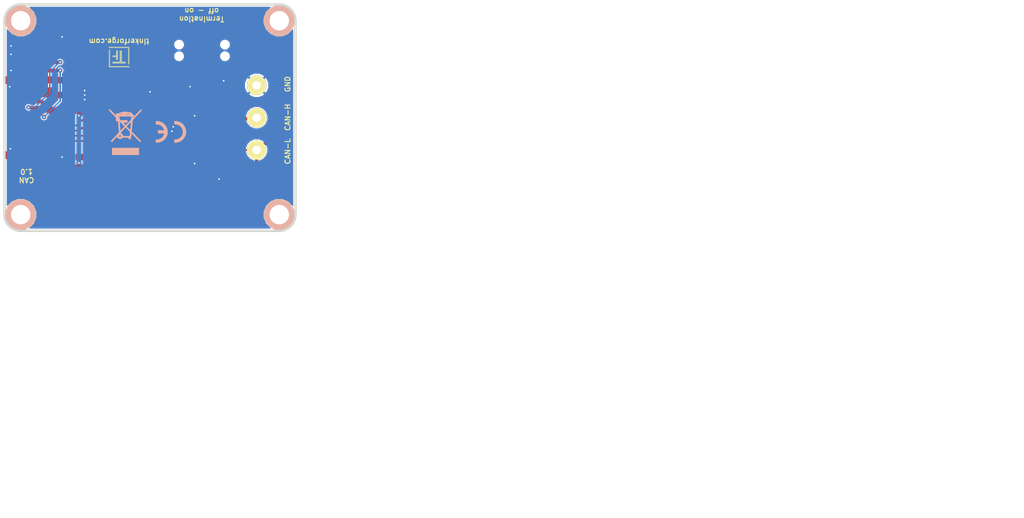
<source format=kicad_pcb>
(kicad_pcb (version 4) (host pcbnew 4.0.2+dfsg1-stable)
  (title_block (title "CAN Bricklet") (date "Di 17 Nov 2015") (rev 1.0) (company "Tinkerforge GmbH") (comment 1 "Licensed under CERN OHL v.1.1") (comment 2 "Copyright (©) 2015, B.Nordmeyer <bastian@tinkerforge.com>"))
  (layers (0 Vorderseite signal) (31 Rückseite signal hide) (34 B.Paste user) (35 F.Paste user) (36 B.SilkS user) (37 F.SilkS user) (38 B.Mask user) (39 F.Mask user) (44 Edge.Cuts user))
  (net 0 "")
  (net 1 GND)
  (net 2 SCL)
  (net 3 SDA)
  (net 4 VCC)
  (net 5 "Net-(C1-Pad2)")
  (net 6 "Net-(C8-Pad1)")
  (net 7 "Net-(P1-Pad6)")
  (net 8 "Net-(P1-Pad7)")
  (net 9 "Net-(P1-Pad8)")
  (net 10 "Net-(P1-Pad9)")
  (net 11 "Net-(P1-Pad10)")
  (net 12 "Net-(C1-Pad1)")
  (net 13 +5V)
  (net 14 "Net-(C6-Pad1)")
  (net 15 "Net-(C11-Pad1)")
  (net 16 "Net-(C12-Pad1)")
  (net 17 "Net-(U2-Pad1)")
  (net 18 "Net-(U2-Pad2)")
  (net 19 "Net-(RP1-Pad1)")
  (net 20 "Net-(RP1-Pad2)")
  (net 21 "Net-(RP1-Pad3)")
  (net 22 "Net-(RP1-Pad4)")
  (net 23 3V3)
  (net 24 "Net-(K1-Pad2)")
  (net 25 "Net-(R2-Pad1)")
  (net 26 "Net-(R3-Pad2)")
  (net 27 "Net-(R6-Pad2)")
  (net 28 "Net-(K1-Pad3)")
  (net 29 "Net-(U1-Pad7)")
  (net 30 "Net-(U2-Pad3)")
  (net 31 "Net-(U2-Pad4)")
  (net 32 "Net-(U2-Pad5)")
  (net 33 "Net-(U2-Pad6)")
  (net 34 "Net-(U2-Pad10)")
  (net 35 "Net-(U2-Pad11)")
  (net 36 "Net-(U2-Pad12)")
  (module kicad-libraries:Logo_31x31 (layer Vorderseite) (at 144.6 92.8 180)
    (fp_text reference G*** hide)
    (fp_text value Logo_31x31 hide)
  )
  (module kicad-libraries:Fiducial_Mark (layer Vorderseite) (at 132.8 85.6)
    (fp_text reference Fiducial_Mark hide)
    (fp_text value VAL** hide)
    (pad 1 smd circle (at 0 0) (size 1.00076 1.00076) (layers Vorderseite F.Paste F.Mask) (clearance 0.65024))
  )
  (module kicad-libraries:Fiducial_Mark (layer Vorderseite) (at 167.8 110.6)
    (fp_text reference Fiducial_Mark hide)
    (fp_text value VAL** hide)
    (pad 1 smd circle (at 0 0) (size 1.00076 1.00076) (layers Vorderseite F.Paste F.Mask) (clearance 0.65024))
  )
  (module kicad-libraries:Fiducial_Mark (layer Vorderseite) (at 164.4 87.8)
    (fp_text reference Fiducial_Mark hide)
    (fp_text value VAL** hide)
    (pad 1 smd circle (at 0 0) (size 1.00076 1.00076) (layers Vorderseite F.Paste F.Mask) (clearance 0.65024))
  )
  (module kicad-libraries:WEEE_7mm (layer Rückseite) (at 144 102.8 180)
    (fp_text reference VAL hide)
    (fp_text value WEEE_7mm hide)
  )
  (module kicad-libraries:CE_5mm (layer Rückseite) (at 151 102.8 180)
    (fp_text reference VAL hide)
    (fp_text value CE_5mm hide)
  )
  (module kicad-libraries:CON-SENSOR (layer Vorderseite) (at 125.3 100.6 270)
    (fp_text reference P1)
    (fp_text value CON-SENSOR)
    (pad 1 smd rect (at -4.50088 -4.7752 270) (size 0.59944 1.5494) (layers Vorderseite F.Paste F.Mask) (net 5 "Net-(C1-Pad2)"))
    (pad 2 smd rect (at -3.50012 -4.7752 270) (size 0.59944 1.5494) (layers Vorderseite F.Paste F.Mask) (net 12 "Net-(C1-Pad1)"))
    (pad 3 smd rect (at -2.49936 -4.7752 270) (size 0.59944 1.5494) (layers Vorderseite F.Paste F.Mask) (net 23 3V3))
    (pad 4 smd rect (at -1.50114 -4.7752 270) (size 0.59944 1.5494) (layers Vorderseite F.Paste F.Mask) (net 2 SCL))
    (pad 5 smd rect (at -0.50038 -4.7752 270) (size 0.59944 1.5494) (layers Vorderseite F.Paste F.Mask) (net 3 SDA))
    (pad 6 smd rect (at 0.50038 -4.7752 270) (size 0.59944 1.5494) (layers Vorderseite F.Paste F.Mask) (net 7 "Net-(P1-Pad6)"))
    (pad 7 smd rect (at 1.50114 -4.7752 270) (size 0.59944 1.5494) (layers Vorderseite F.Paste F.Mask) (net 8 "Net-(P1-Pad7)"))
    (pad 8 smd rect (at 2.49936 -4.7752 270) (size 0.59944 1.5494) (layers Vorderseite F.Paste F.Mask) (net 9 "Net-(P1-Pad8)"))
    (pad 9 smd rect (at 3.50012 -4.7752 270) (size 0.59944 1.5494) (layers Vorderseite F.Paste F.Mask) (net 10 "Net-(P1-Pad9)"))
    (pad 10 smd rect (at 4.50088 -4.7752 270) (size 0.59944 1.5494) (layers Vorderseite F.Paste F.Mask) (net 11 "Net-(P1-Pad10)"))
    (pad EP smd rect (at -5.79882 -0.89916 270) (size 1.19888 1.80086) (layers Vorderseite F.Paste F.Mask) (net 1 GND))
    (pad EP smd rect (at 5.79882 -0.89916 270) (size 1.19888 1.80086) (layers Vorderseite F.Paste F.Mask) (net 1 GND))
  )
  (module kicad-libraries:0603X4 (layer Vorderseite) (at 134.5 103 270)
    (fp_text reference RP1)
    (fp_text value 100)
    (pad 1 smd rect (at 1.19888 -0.8509 270) (size 0.44958 0.89916) (layers Vorderseite F.Paste F.Mask) (net 19 "Net-(RP1-Pad1)"))
    (pad 2 smd rect (at 0.39878 -0.8509 270) (size 0.44958 0.89916) (layers Vorderseite F.Paste F.Mask) (net 20 "Net-(RP1-Pad2)"))
    (pad 3 smd rect (at -0.39878 -0.8509 270) (size 0.44958 0.89916) (layers Vorderseite F.Paste F.Mask) (net 21 "Net-(RP1-Pad3)"))
    (pad 4 smd rect (at -1.19888 -0.8509 270) (size 0.44958 0.89916) (layers Vorderseite F.Paste F.Mask) (net 22 "Net-(RP1-Pad4)"))
    (pad 5 smd rect (at -1.19888 0.8509 270) (size 0.44958 0.89916) (layers Vorderseite F.Paste F.Mask) (net 8 "Net-(P1-Pad7)"))
    (pad 6 smd rect (at -0.39878 0.8509 270) (size 0.44958 0.89916) (layers Vorderseite F.Paste F.Mask) (net 9 "Net-(P1-Pad8)"))
    (pad 7 smd rect (at 0.39878 0.8509 270) (size 0.44958 0.89916) (layers Vorderseite F.Paste F.Mask) (net 10 "Net-(P1-Pad9)"))
    (pad 8 smd rect (at 1.19888 0.8509 270) (size 0.44958 0.89916) (layers Vorderseite F.Paste F.Mask) (net 11 "Net-(P1-Pad10)"))
  )
  (module kicad-libraries:SOIC8 (layer Vorderseite) (at 130.1 91.4 270)
    (fp_text reference U1)
    (fp_text value M24C64)
    (pad 1 smd rect (at -1.90246 2.69748 90) (size 0.59944 1.5494) (layers Vorderseite F.Paste F.Mask) (net 1 GND))
    (pad 2 smd rect (at -0.63246 2.69748 90) (size 0.59944 1.5494) (layers Vorderseite F.Paste F.Mask) (net 1 GND))
    (pad 3 smd rect (at 0.63246 2.69748 90) (size 0.59944 1.5494) (layers Vorderseite F.Paste F.Mask) (net 7 "Net-(P1-Pad6)"))
    (pad 4 smd rect (at 1.90246 2.69748 90) (size 0.59944 1.5494) (layers Vorderseite F.Paste F.Mask) (net 1 GND))
    (pad 5 smd rect (at 1.90246 -2.69748 270) (size 0.59944 1.5494) (layers Vorderseite F.Paste F.Mask) (net 3 SDA))
    (pad 6 smd rect (at 0.63246 -2.69748 270) (size 0.59944 1.5494) (layers Vorderseite F.Paste F.Mask) (net 2 SCL))
    (pad 7 smd rect (at -0.63246 -2.69748 270) (size 0.59944 1.5494) (layers Vorderseite F.Paste F.Mask) (net 29 "Net-(U1-Pad7)"))
    (pad 8 smd rect (at -1.90246 -2.69748 270) (size 0.59944 1.5494) (layers Vorderseite F.Paste F.Mask) (net 23 3V3))
  )
  (module kicad-libraries:SOIC8 (layer Vorderseite) (at 155.5 104.4 270)
    (fp_text reference U3)
    (fp_text value MCP2562)
    (pad 1 smd rect (at -1.90246 2.69748 90) (size 0.59944 1.5494) (layers Vorderseite F.Paste F.Mask) (net 17 "Net-(U2-Pad1)"))
    (pad 2 smd rect (at -0.63246 2.69748 90) (size 0.59944 1.5494) (layers Vorderseite F.Paste F.Mask) (net 1 GND))
    (pad 3 smd rect (at 0.63246 2.69748 90) (size 0.59944 1.5494) (layers Vorderseite F.Paste F.Mask) (net 13 +5V))
    (pad 4 smd rect (at 1.90246 2.69748 90) (size 0.59944 1.5494) (layers Vorderseite F.Paste F.Mask) (net 18 "Net-(U2-Pad2)"))
    (pad 5 smd rect (at 1.90246 -2.69748 270) (size 0.59944 1.5494) (layers Vorderseite F.Paste F.Mask) (net 4 VCC))
    (pad 6 smd rect (at 0.63246 -2.69748 270) (size 0.59944 1.5494) (layers Vorderseite F.Paste F.Mask) (net 28 "Net-(K1-Pad3)"))
    (pad 7 smd rect (at -0.63246 -2.69748 270) (size 0.59944 1.5494) (layers Vorderseite F.Paste F.Mask) (net 24 "Net-(K1-Pad2)"))
    (pad 8 smd rect (at -1.90246 -2.69748 270) (size 0.59944 1.5494) (layers Vorderseite F.Paste F.Mask) (net 26 "Net-(R3-Pad2)"))
  )
  (module kicad-libraries:DRILL_NP (layer Vorderseite) (at 167.8 115.6 90)
    (fp_text reference U4 hide)
    (fp_text value DRILL hide)
    (pad "" np_thru_hole circle (at 0 0 90) (size 2.99974 2.99974) (drill 2.99974) (layers *.Cu *.Mask F.SilkS) (clearance 0.89916))
  )
  (module kicad-libraries:DRILL_NP (layer Vorderseite) (at 167.8 85.6)
    (fp_text reference U5 hide)
    (fp_text value DRILL hide)
    (pad "" np_thru_hole circle (at 0 0) (size 2.99974 2.99974) (drill 2.99974) (layers *.Cu *.Mask F.SilkS) (clearance 0.89916))
  )
  (module kicad-libraries:DRILL_NP (layer Vorderseite) (at 127.8 115.6 90)
    (fp_text reference U6 hide)
    (fp_text value DRILL hide)
    (pad "" np_thru_hole circle (at 0 0 90) (size 2.99974 2.99974) (drill 2.99974) (layers *.Cu *.Mask F.SilkS) (clearance 0.89916))
  )
  (module kicad-libraries:DRILL_NP (layer Vorderseite) (at 127.8 85.6)
    (fp_text reference U7 hide)
    (fp_text value DRILL hide)
    (pad "" np_thru_hole circle (at 0 0) (size 2.99974 2.99974) (drill 2.99974) (layers *.Cu *.Mask F.SilkS) (clearance 0.89916))
  )
  (module kicad-libraries:CRYSTAL_3225 (layer Vorderseite) (at 152.2 98.5 90)
    (fp_text reference X1)
    (fp_text value 16MHz)
    (pad 3 smd rect (at -1.09982 -0.8001 90) (size 1.39954 1.15062) (layers Vorderseite F.Paste F.Mask) (net 1 GND))
    (pad 2 smd rect (at 1.09982 -0.8001 90) (size 1.39954 1.15062) (layers Vorderseite F.Paste F.Mask) (net 6 "Net-(C8-Pad1)"))
    (pad 1 smd rect (at -1.09982 0.8001 90) (size 1.39954 1.15062) (layers Vorderseite F.Paste F.Mask) (net 14 "Net-(C6-Pad1)"))
    (pad 3 smd rect (at 1.09982 0.8001 90) (size 1.39954 1.15062) (layers Vorderseite F.Paste F.Mask) (net 1 GND))
  )
  (module kicad-libraries:SLIDE_SWITCH (layer Vorderseite) (at 155.8 90.2)
    (fp_text reference SW1)
    (fp_text value Termination)
    (pad 6 smd rect (at -2.49936 -3.2004) (size 1.19888 1.6002) (layers Vorderseite F.Paste F.Mask))
    (pad 5 smd rect (at 0 -3.2004) (size 1.19888 1.6002) (layers Vorderseite F.Paste F.Mask))
    (pad 4 smd rect (at 2.49936 -3.2004) (size 1.19888 1.6002) (layers Vorderseite F.Paste F.Mask))
    (pad 3 smd rect (at 2.49936 3.2004) (size 1.19888 1.6002) (layers Vorderseite F.Paste F.Mask))
    (pad 2 smd rect (at 0 3.2004) (size 1.19888 1.6002) (layers Vorderseite F.Paste F.Mask) (net 27 "Net-(R6-Pad2)"))
    (pad 1 smd rect (at -2.49936 3.2004) (size 1.19888 1.6002) (layers Vorderseite F.Paste F.Mask) (net 24 "Net-(K1-Pad2)"))
    (pad "" np_thru_hole circle (at -3.5 -0.9) (size 1.2 1.2) (drill 1.2) (layers *.Cu *.Mask F.SilkS))
    (pad "" np_thru_hole circle (at -3.5 0.9) (size 1.2 1.2) (drill 1.2) (layers *.Cu *.Mask F.SilkS))
    (pad "" np_thru_hole circle (at 3.6 -0.9) (size 1.2 1.2) (drill 1.2) (layers *.Cu *.Mask F.SilkS))
    (pad "" np_thru_hole circle (at 3.6 0.9) (size 1.2 1.2) (drill 1.2) (layers *.Cu *.Mask F.SilkS))
  )
  (module kicad-libraries:C0603E (layer Vorderseite) (at 132.3 95.6 90)
    (fp_text reference C1)
    (fp_text value 100nF)
    (pad 1 smd rect (at -0.8501 0 90) (size 1.1 1) (layers Vorderseite F.Paste F.Mask) (net 12 "Net-(C1-Pad1)"))
    (pad 2 smd rect (at 0.8501 0 90) (size 1.1 1) (layers Vorderseite F.Paste F.Mask) (net 5 "Net-(C1-Pad2)"))
  )
  (module kicad-libraries:C0603E (layer Vorderseite) (at 132.3 98.6 270)
    (fp_text reference C2)
    (fp_text value 100nF)
    (pad 1 smd rect (at -0.8501 0 270) (size 1.1 1) (layers Vorderseite F.Paste F.Mask) (net 12 "Net-(C1-Pad1)"))
    (pad 2 smd rect (at 0.8501 0 270) (size 1.1 1) (layers Vorderseite F.Paste F.Mask) (net 23 3V3))
  )
  (module kicad-libraries:C0603E (layer Vorderseite) (at 136.9 95.6 90)
    (fp_text reference C3)
    (fp_text value 100nF)
    (pad 1 smd rect (at -0.8501 0 90) (size 1.1 1) (layers Vorderseite F.Paste F.Mask) (net 1 GND))
    (pad 2 smd rect (at 0.8501 0 90) (size 1.1 1) (layers Vorderseite F.Paste F.Mask) (net 13 +5V))
  )
  (module kicad-libraries:C0603E (layer Vorderseite) (at 136.9 98.6 270)
    (fp_text reference C4)
    (fp_text value 100nF)
    (pad 1 smd rect (at -0.8501 0 270) (size 1.1 1) (layers Vorderseite F.Paste F.Mask) (net 1 GND))
    (pad 2 smd rect (at 0.8501 0 270) (size 1.1 1) (layers Vorderseite F.Paste F.Mask) (net 4 VCC))
  )
  (module kicad-libraries:C0603E (layer Vorderseite) (at 136 106.7 180)
    (fp_text reference C5)
    (fp_text value 100nF)
    (pad 1 smd rect (at -0.8501 0 180) (size 1.1 1) (layers Vorderseite F.Paste F.Mask) (net 4 VCC))
    (pad 2 smd rect (at 0.8501 0 180) (size 1.1 1) (layers Vorderseite F.Paste F.Mask) (net 1 GND))
  )
  (module kicad-libraries:C0603E (layer Vorderseite) (at 152.2 101.2 180)
    (fp_text reference C6)
    (fp_text value DNP)
    (pad 1 smd rect (at -0.8501 0 180) (size 1.1 1) (layers Vorderseite F.Paste F.Mask) (net 14 "Net-(C6-Pad1)"))
    (pad 2 smd rect (at 0.8501 0 180) (size 1.1 1) (layers Vorderseite F.Paste F.Mask) (net 1 GND))
  )
  (module kicad-libraries:C0603E (layer Vorderseite) (at 132.4 88.1)
    (fp_text reference C7)
    (fp_text value 100nF)
    (pad 1 smd rect (at -0.8501 0) (size 1.1 1) (layers Vorderseite F.Paste F.Mask) (net 23 3V3))
    (pad 2 smd rect (at 0.8501 0) (size 1.1 1) (layers Vorderseite F.Paste F.Mask) (net 1 GND))
  )
  (module kicad-libraries:C0603E (layer Vorderseite) (at 152.2 95.8)
    (fp_text reference C8)
    (fp_text value DNP)
    (pad 1 smd rect (at -0.8501 0) (size 1.1 1) (layers Vorderseite F.Paste F.Mask) (net 6 "Net-(C8-Pad1)"))
    (pad 2 smd rect (at 0.8501 0) (size 1.1 1) (layers Vorderseite F.Paste F.Mask) (net 1 GND))
  )
  (module kicad-libraries:C0603E (layer Vorderseite) (at 156.6 107.7 180)
    (fp_text reference C9)
    (fp_text value 100nF)
    (pad 1 smd rect (at -0.8501 0 180) (size 1.1 1) (layers Vorderseite F.Paste F.Mask) (net 4 VCC))
    (pad 2 smd rect (at 0.8501 0 180) (size 1.1 1) (layers Vorderseite F.Paste F.Mask) (net 1 GND))
  )
  (module kicad-libraries:C0603E (layer Vorderseite) (at 151.2 104.4 90)
    (fp_text reference C10)
    (fp_text value 100nF)
    (pad 1 smd rect (at -0.8501 0 90) (size 1.1 1) (layers Vorderseite F.Paste F.Mask) (net 13 +5V))
    (pad 2 smd rect (at 0.8501 0 90) (size 1.1 1) (layers Vorderseite F.Paste F.Mask) (net 1 GND))
  )
  (module kicad-libraries:C0603E (layer Vorderseite) (at 134.6 94.8)
    (fp_text reference FB1)
    (fp_text value FILTER)
    (pad 1 smd rect (at -0.8501 0) (size 1.1 1) (layers Vorderseite F.Paste F.Mask) (net 5 "Net-(C1-Pad2)"))
    (pad 2 smd rect (at 0.8501 0) (size 1.1 1) (layers Vorderseite F.Paste F.Mask) (net 13 +5V))
  )
  (module kicad-libraries:C0603E (layer Vorderseite) (at 134.6 99.4)
    (fp_text reference FB2)
    (fp_text value FILTER)
    (pad 1 smd rect (at -0.8501 0) (size 1.1 1) (layers Vorderseite F.Paste F.Mask) (net 23 3V3))
    (pad 2 smd rect (at 0.8501 0) (size 1.1 1) (layers Vorderseite F.Paste F.Mask) (net 4 VCC))
  )
  (module kicad-libraries:AKL_5_3 (layer Vorderseite) (at 164.3 100.6 270)
    (fp_text reference K1)
    (fp_text value CONN_3)
    (pad 1 thru_hole circle (at -5 0 270) (size 2.99974 2.99974) (drill 1.30048) (layers *.Cu *.Mask F.SilkS) (net 1 GND))
    (pad 2 thru_hole circle (at 0 0 270) (size 2.99974 2.99974) (drill 1.30048) (layers *.Cu *.Mask F.SilkS) (net 24 "Net-(K1-Pad2)"))
    (pad 3 thru_hole circle (at 5 0 270) (size 2.99974 2.99974) (drill 1.30048) (layers *.Cu *.Mask F.SilkS) (net 28 "Net-(K1-Pad3)"))
  )
  (module kicad-libraries:R0603E (layer Vorderseite) (at 134.6 97.1 180)
    (fp_text reference R1)
    (fp_text value 0)
    (pad 1 smd rect (at -0.8501 0 180) (size 1.1 1) (layers Vorderseite F.Paste F.Mask) (net 1 GND))
    (pad 2 smd rect (at 0.8501 0 180) (size 1.1 1) (layers Vorderseite F.Paste F.Mask) (net 12 "Net-(C1-Pad1)"))
  )
  (module kicad-libraries:R0603E (layer Vorderseite) (at 140.5 108.7 180)
    (fp_text reference R2)
    (fp_text value 10k)
    (pad 1 smd rect (at -0.8501 0 180) (size 1.1 1) (layers Vorderseite F.Paste F.Mask) (net 25 "Net-(R2-Pad1)"))
    (pad 2 smd rect (at 0.8501 0 180) (size 1.1 1) (layers Vorderseite F.Paste F.Mask) (net 4 VCC))
  )
  (module kicad-libraries:R0603E (layer Vorderseite) (at 155.5 101.2)
    (fp_text reference R3)
    (fp_text value 1k)
    (pad 1 smd rect (at -0.8501 0) (size 1.1 1) (layers Vorderseite F.Paste F.Mask) (net 1 GND))
    (pad 2 smd rect (at 0.8501 0) (size 1.1 1) (layers Vorderseite F.Paste F.Mask) (net 26 "Net-(R3-Pad2)"))
  )
  (module kicad-libraries:R0603E (layer Vorderseite) (at 163.5 110.1)
    (fp_text reference R4)
    (fp_text value 120)
    (pad 1 smd rect (at -0.8501 0) (size 1.1 1) (layers Vorderseite F.Paste F.Mask) (net 15 "Net-(C11-Pad1)"))
    (pad 2 smd rect (at 0.8501 0) (size 1.1 1) (layers Vorderseite F.Paste F.Mask) (net 28 "Net-(K1-Pad3)"))
  )
  (module kicad-libraries:R0603E (layer Vorderseite) (at 159.2 99.9 270)
    (fp_text reference R5)
    (fp_text value 120)
    (pad 1 smd rect (at -0.8501 0 270) (size 1.1 1) (layers Vorderseite F.Paste F.Mask) (net 16 "Net-(C12-Pad1)"))
    (pad 2 smd rect (at 0.8501 0 270) (size 1.1 1) (layers Vorderseite F.Paste F.Mask) (net 24 "Net-(K1-Pad2)"))
  )
  (module kicad-libraries:R0603E (layer Vorderseite) (at 163.7 91.8 180)
    (fp_text reference R6)
    (fp_text value 120)
    (pad 1 smd rect (at -0.8501 0 180) (size 1.1 1) (layers Vorderseite F.Paste F.Mask) (net 28 "Net-(K1-Pad3)"))
    (pad 2 smd rect (at 0.8501 0 180) (size 1.1 1) (layers Vorderseite F.Paste F.Mask) (net 27 "Net-(R6-Pad2)"))
  )
  (module kicad-libraries:SOIC-18 (layer Vorderseite) (at 144.4 101.7 180)
    (fp_text reference U2)
    (fp_text value MCP2515)
    (pad 1 smd rect (at -4.7 -5.08 180) (size 2 0.6) (layers Vorderseite F.Paste F.Mask) (net 17 "Net-(U2-Pad1)"))
    (pad 2 smd rect (at -4.7 -3.81 180) (size 2 0.6) (layers Vorderseite F.Paste F.Mask) (net 18 "Net-(U2-Pad2)"))
    (pad 3 smd rect (at -4.7 -2.54 180) (size 2 0.6) (layers Vorderseite F.Paste F.Mask) (net 30 "Net-(U2-Pad3)"))
    (pad 4 smd rect (at -4.7 -1.27 180) (size 2 0.6) (layers Vorderseite F.Paste F.Mask) (net 31 "Net-(U2-Pad4)"))
    (pad 5 smd rect (at -4.7 0 180) (size 2 0.6) (layers Vorderseite F.Paste F.Mask) (net 32 "Net-(U2-Pad5)"))
    (pad 6 smd rect (at -4.7 1.27 180) (size 2 0.6) (layers Vorderseite F.Paste F.Mask) (net 33 "Net-(U2-Pad6)"))
    (pad 7 smd rect (at -4.7 2.54 180) (size 2 0.6) (layers Vorderseite F.Paste F.Mask) (net 14 "Net-(C6-Pad1)"))
    (pad 8 smd rect (at -4.7 3.81 180) (size 2 0.6) (layers Vorderseite F.Paste F.Mask) (net 6 "Net-(C8-Pad1)"))
    (pad 9 smd rect (at -4.7 5.08 180) (size 2 0.6) (layers Vorderseite F.Paste F.Mask) (net 1 GND))
    (pad 10 smd rect (at 4.7 5.08 180) (size 2 0.6) (layers Vorderseite F.Paste F.Mask) (net 34 "Net-(U2-Pad10)"))
    (pad 11 smd rect (at 4.7 3.81 180) (size 2 0.6) (layers Vorderseite F.Paste F.Mask) (net 35 "Net-(U2-Pad11)"))
    (pad 12 smd rect (at 4.7 2.54 180) (size 2 0.6) (layers Vorderseite F.Paste F.Mask) (net 36 "Net-(U2-Pad12)"))
    (pad 13 smd rect (at 4.7 1.27 180) (size 2 0.6) (layers Vorderseite F.Paste F.Mask) (net 22 "Net-(RP1-Pad4)"))
    (pad 14 smd rect (at 4.7 0 180) (size 2 0.6) (layers Vorderseite F.Paste F.Mask) (net 21 "Net-(RP1-Pad3)"))
    (pad 15 smd rect (at 4.7 -1.27 180) (size 2 0.6) (layers Vorderseite F.Paste F.Mask) (net 20 "Net-(RP1-Pad2)"))
    (pad 16 smd rect (at 4.7 -2.54 180) (size 2 0.6) (layers Vorderseite F.Paste F.Mask) (net 19 "Net-(RP1-Pad1)"))
    (pad 17 smd rect (at 4.7 -3.81 180) (size 2 0.6) (layers Vorderseite F.Paste F.Mask) (net 25 "Net-(R2-Pad1)"))
    (pad 18 smd rect (at 4.7 -5.08 180) (size 2 0.6) (layers Vorderseite F.Paste F.Mask) (net 4 VCC))
  )
  (module kicad-libraries:C0603E (layer Vorderseite) (at 160.3 110.1 180)
    (fp_text reference C11)
    (fp_text value 470pF)
    (pad 1 smd rect (at -0.8501 0 180) (size 1.1 1) (layers Vorderseite F.Paste F.Mask) (net 15 "Net-(C11-Pad1)"))
    (pad 2 smd rect (at 0.8501 0 180) (size 1.1 1) (layers Vorderseite F.Paste F.Mask) (net 1 GND))
  )
  (module kicad-libraries:C0603E (layer Vorderseite) (at 159.2 96.7 90)
    (fp_text reference C12)
    (fp_text value 470pF)
    (pad 1 smd rect (at -0.8501 0 90) (size 1.1 1) (layers Vorderseite F.Paste F.Mask) (net 16 "Net-(C12-Pad1)"))
    (pad 2 smd rect (at 0.8501 0 90) (size 1.1 1) (layers Vorderseite F.Paste F.Mask) (net 1 GND))
  )
  (gr_text "Termination\noff - on" (at 155.8 84.7 180) (layer F.SilkS) (effects (font (size 0.8 0.8))))
  (gr_text "CAN-L  CAN-H   GND" (at 169.1 101 90) (layer F.SilkS) (effects (font (size 0.8 0.8))))
  (gr_line (start 170.3 85.6) (end 170.3 115.6) (angle 90) (layer Edge.Cuts) (width 0.381))
  (gr_line (start 127.8 83.1) (end 167.8 83.1) (angle 90) (layer Edge.Cuts) (width 0.381))
  (gr_line (start 125.3 115.6) (end 125.3 85.6) (angle 90) (layer Edge.Cuts) (width 0.381))
  (gr_line (start 167.8 118.1) (end 127.8 118.1) (angle 90) (layer Edge.Cuts) (width 0.381))
  (gr_arc (start 167.8 115.6) (end 170.3 115.6) (angle 90) (layer Edge.Cuts) (width 0.381))
  (gr_arc (start 167.8 85.6) (end 167.8 83.1) (angle 90) (layer Edge.Cuts) (width 0.381))
  (gr_arc (start 127.8 85.6) (end 125.3 85.6) (angle 90) (layer Edge.Cuts) (width 0.381))
  (gr_arc (start 127.8 115.6) (end 127.8 118.1) (angle 90) (layer Edge.Cuts) (width 0.381))
  (gr_text tinkerforge.com (at 143 88.8 180) (layer F.SilkS) (effects (font (size 0.8001 0.8001) (thickness 0.14986))))
  (gr_text "CAN\n1.0" (at 128.7 109.6 180) (layer F.SilkS) (effects (font (size 0.8001 0.8001) (thickness 0.14986))))
  (segment (start 133.2501 88.1) (end 134.2 88.1) (width 0.25) (layer Vorderseite) (net 1))
  (via (at 134.2 88.1) (size 0.70104) (drill 0.24892) (layers Vorderseite Rückseite) (net 1))
  (segment (start 127.40252 89.49754) (end 126.30246 89.49754) (width 0.25) (layer Vorderseite) (net 1))
  (via (at 126.3 89.5) (size 0.70104) (drill 0.24892) (layers Vorderseite Rückseite) (net 1))
  (segment (start 126.30246 89.49754) (end 126.3 89.5) (width 0.25) (layer Vorderseite) (net 1))
  (segment (start 127.40252 90.76754) (end 126.33246 90.76754) (width 0.25) (layer Vorderseite) (net 1))
  (via (at 126.3 90.8) (size 0.70104) (drill 0.24892) (layers Vorderseite Rückseite) (net 1))
  (segment (start 126.33246 90.76754) (end 126.3 90.8) (width 0.25) (layer Vorderseite) (net 1))
  (segment (start 127.40252 93.30246) (end 126.30246 93.30246) (width 0.25) (layer Vorderseite) (net 1))
  (via (at 126.3 93.3) (size 0.70104) (drill 0.24892) (layers Vorderseite Rückseite) (net 1))
  (segment (start 126.30246 93.30246) (end 126.3 93.3) (width 0.25) (layer Vorderseite) (net 1))
  (segment (start 126.19916 94.80118) (end 126.19916 95.70084) (width 0.25) (layer Vorderseite) (net 1))
  (via (at 126.1 95.8) (size 0.70104) (drill 0.24892) (layers Vorderseite Rückseite) (net 1))
  (segment (start 126.19916 95.70084) (end 126.1 95.8) (width 0.25) (layer Vorderseite) (net 1))
  (segment (start 126.19916 106.39882) (end 126.19916 105.40084) (width 0.25) (layer Vorderseite) (net 1))
  (via (at 126.2 105.4) (size 0.70104) (drill 0.24892) (layers Vorderseite Rückseite) (net 1))
  (segment (start 126.19916 105.40084) (end 126.2 105.4) (width 0.25) (layer Vorderseite) (net 1))
  (segment (start 154.6499 101.2) (end 154.6499 100.3501) (width 0.5) (layer Vorderseite) (net 1))
  (via (at 154.7 100.3) (size 0.70104) (drill 0.24892) (layers Vorderseite Rückseite) (net 1))
  (segment (start 154.6499 100.3501) (end 154.7 100.3) (width 0.5) (layer Vorderseite) (net 1))
  (segment (start 151.2 103.5499) (end 151.2 102.7) (width 0.5) (layer Vorderseite) (net 1))
  (via (at 151.2 102.7) (size 0.70104) (drill 0.24892) (layers Vorderseite Rückseite) (net 1))
  (segment (start 152.80252 103.76754) (end 151.41764 103.76754) (width 0.5) (layer Vorderseite) (net 1))
  (segment (start 151.41764 103.76754) (end 151.2 103.5499) (width 0.5) (layer Vorderseite) (net 1))
  (segment (start 151.3499 101.2) (end 151.3499 101.9499) (width 0.5) (layer Vorderseite) (net 1))
  (via (at 151.4 102) (size 0.70104) (drill 0.24892) (layers Vorderseite Rückseite) (net 1))
  (segment (start 151.3499 101.9499) (end 151.4 102) (width 0.5) (layer Vorderseite) (net 1))
  (segment (start 151.3499 101.2) (end 151.3499 99.64982) (width 0.5) (layer Vorderseite) (net 1))
  (segment (start 151.3499 99.64982) (end 151.3999 99.59982) (width 0.5) (layer Vorderseite) (net 1))
  (segment (start 153.0001 97.40018) (end 153.0001 95.85) (width 0.5) (layer Vorderseite) (net 1))
  (segment (start 153.0001 95.85) (end 153.0501 95.8) (width 0.5) (layer Vorderseite) (net 1))
  (segment (start 159.2 95.8499) (end 159.2 94.9) (width 0.5) (layer Vorderseite) (net 1))
  (via (at 159.2 94.9) (size 0.70104) (drill 0.24892) (layers Vorderseite Rückseite) (net 1))
  (segment (start 159.4499 110.1) (end 158.5 110.1) (width 0.5) (layer Vorderseite) (net 1))
  (via (at 158.5 110.1) (size 0.70104) (drill 0.24892) (layers Vorderseite Rückseite) (net 1))
  (segment (start 155.7499 107.7) (end 154.7 107.7) (width 0.5) (layer Vorderseite) (net 1))
  (via (at 154.7 107.7) (size 0.70104) (drill 0.24892) (layers Vorderseite Rückseite) (net 1))
  (segment (start 135.1499 106.7) (end 134.2 106.7) (width 0.5) (layer Vorderseite) (net 1))
  (via (at 134.2 106.7) (size 0.70104) (drill 0.24892) (layers Vorderseite Rückseite) (net 1))
  (segment (start 149.1 96.62) (end 147.82 96.62) (width 0.5) (layer Vorderseite) (net 1))
  (via (at 147.8 96.6) (size 0.70104) (drill 0.24892) (layers Vorderseite Rückseite) (net 1))
  (segment (start 147.82 96.62) (end 147.8 96.6) (width 0.5) (layer Vorderseite) (net 1))
  (segment (start 153.0501 95.8) (end 154 95.8) (width 0.5) (layer Vorderseite) (net 1))
  (via (at 154 95.8) (size 0.70104) (drill 0.24892) (layers Vorderseite Rückseite) (net 1))
  (segment (start 136.9 97.1) (end 137 97.1) (width 0.249) (layer Vorderseite) (net 1))
  (via (at 137.7 97.8) (size 0.70104) (drill 0.24892) (layers Vorderseite Rückseite) (net 1))
  (segment (start 137 97.1) (end 137.7 97.8) (width 0.8001) (layer Vorderseite) (net 1))
  (segment (start 136.9 96.4501) (end 137.6499 96.4501) (width 0.8001) (layer Vorderseite) (net 1))
  (via (at 137.7 96.4) (size 0.70104) (drill 0.24892) (layers Vorderseite Rückseite) (net 1))
  (segment (start 137.6499 96.4501) (end 137.7 96.4) (width 0.249) (layer Vorderseite) (net 1))
  (segment (start 136.9 97.1) (end 136.9 97.7499) (width 0.249) (layer Vorderseite) (net 1))
  (segment (start 136.9 97.1) (end 136.9 96.4501) (width 0.249) (layer Vorderseite) (net 1))
  (segment (start 135.4501 97.1) (end 136.9 97.1) (width 0.8001) (layer Vorderseite) (net 1))
  (segment (start 136.9 97.1) (end 137.7 97.1) (width 0.8001) (layer Vorderseite) (net 1))
  (via (at 137.7 97.1) (size 0.70104) (drill 0.24892) (layers Vorderseite Rückseite) (net 1))
  (segment (start 133.9 92) (end 133.8 92) (width 0.25) (layer Rückseite) (net 2))
  (segment (start 133.86754 92.03246) (end 133.9 92) (width 0.25) (layer Vorderseite) (net 2))
  (via (at 133.9 92) (size 0.70104) (drill 0.24892) (layers Vorderseite Rückseite) (net 2))
  (segment (start 132.79748 92.03246) (end 133.86754 92.03246) (width 0.25) (layer Vorderseite) (net 2))
  (segment (start 129.09886 99.09886) (end 129 99) (width 0.25) (layer Vorderseite) (net 2))
  (via (at 129 99) (size 0.70104) (drill 0.24892) (layers Vorderseite Rückseite) (net 2))
  (segment (start 129.09886 99.09886) (end 130.0752 99.09886) (width 0.25) (layer Vorderseite) (net 2))
  (segment (start 130 99) (end 129 99) (width 0.25) (layer Rückseite) (net 2))
  (segment (start 132.3 96.7) (end 130 99) (width 0.25) (layer Rückseite) (net 2))
  (segment (start 132.3 93.5) (end 132.3 96.7) (width 0.25) (layer Rückseite) (net 2))
  (segment (start 133.8 92) (end 132.3 93.5) (width 0.25) (layer Rückseite) (net 2))
  (segment (start 130.0752 100.09962) (end 130.99962 100.09962) (width 0.25) (layer Vorderseite) (net 3))
  (segment (start 133.89754 93.30246) (end 133.9 93.3) (width 0.25) (layer Vorderseite) (net 3))
  (via (at 133.9 93.3) (size 0.70104) (drill 0.24892) (layers Vorderseite Rückseite) (net 3))
  (segment (start 133.89754 93.30246) (end 132.79748 93.30246) (width 0.25) (layer Vorderseite) (net 3))
  (segment (start 133.9 98) (end 133.9 93.3) (width 0.25) (layer Rückseite) (net 3))
  (segment (start 131.4 100.5) (end 133.9 98) (width 0.25) (layer Rückseite) (net 3))
  (via (at 131.4 100.5) (size 0.70104) (drill 0.24892) (layers Vorderseite Rückseite) (net 3))
  (segment (start 130.99962 100.09962) (end 131.4 100.5) (width 0.25) (layer Vorderseite) (net 3))
  (segment (start 136.8 107.6) (end 136.8 109.4) (width 0.8001) (layer Vorderseite) (net 4))
  (segment (start 157.4501 109.4499) (end 157.4501 107.7) (width 0.8001) (layer Vorderseite) (net 4))
  (segment (start 155.3 111.6) (end 157.4501 109.4499) (width 0.8001) (layer Vorderseite) (net 4))
  (segment (start 139 111.6) (end 155.3 111.6) (width 0.8001) (layer Vorderseite) (net 4))
  (segment (start 136.8 109.4) (end 139 111.6) (width 0.8001) (layer Vorderseite) (net 4))
  (segment (start 139.6499 108.7) (end 137.9 108.7) (width 0.249) (layer Vorderseite) (net 4))
  (segment (start 137.9 108.7) (end 136.8 107.6) (width 0.249) (layer Vorderseite) (net 4))
  (segment (start 139.7 106.78) (end 136.9301 106.78) (width 0.249) (layer Vorderseite) (net 4))
  (segment (start 136.9301 106.78) (end 136.8501 106.7) (width 0.249) (layer Vorderseite) (net 4))
  (segment (start 136.9 99.4501) (end 136.9 100.2) (width 0.8001) (layer Vorderseite) (net 4))
  (segment (start 136.8501 107.5499) (end 136.8501 106.7) (width 0.249) (layer Vorderseite) (net 4))
  (segment (start 136.8 107.6) (end 136.8501 107.5499) (width 0.249) (layer Vorderseite) (net 4))
  (via (at 136.8 107.6) (size 0.70104) (drill 0.24892) (layers Vorderseite Rückseite) (net 4))
  (segment (start 136.8 100.3) (end 136.8 107.6) (width 0.8001) (layer Rückseite) (net 4))
  (via (at 136.8 100.3) (size 0.70104) (drill 0.24892) (layers Vorderseite Rückseite) (net 4))
  (segment (start 136.9 100.2) (end 136.8 100.3) (width 0.249) (layer Vorderseite) (net 4))
  (segment (start 135.4501 99.4) (end 136.8499 99.4) (width 0.8001) (layer Vorderseite) (net 4))
  (segment (start 136.8499 99.4) (end 136.9 99.4501) (width 0.249) (layer Vorderseite) (net 4))
  (segment (start 158.19748 106.30246) (end 158.19748 106.50252) (width 0.249) (layer Vorderseite) (net 4))
  (segment (start 158.19748 106.50252) (end 157.4501 107.2499) (width 0.249) (layer Vorderseite) (net 4))
  (segment (start 157.4501 107.2499) (end 157.4501 107.7) (width 0.249) (layer Vorderseite) (net 4))
  (segment (start 130.0752 96.09912) (end 130.80088 96.09912) (width 0.249) (layer Vorderseite) (net 5))
  (segment (start 131.7501 94.7499) (end 132.3 94.7499) (width 0.59944) (layer Vorderseite) (net 5))
  (segment (start 131.4 95.1) (end 131.7501 94.7499) (width 0.59944) (layer Vorderseite) (net 5))
  (segment (start 131.4 95.5) (end 131.4 95.1) (width 0.59944) (layer Vorderseite) (net 5))
  (segment (start 130.80088 96.09912) (end 131.4 95.5) (width 0.59944) (layer Vorderseite) (net 5))
  (segment (start 133.7499 94.8) (end 132.3501 94.8) (width 0.8001) (layer Vorderseite) (net 5))
  (segment (start 132.3501 94.8) (end 132.3 94.7499) (width 0.249) (layer Vorderseite) (net 5))
  (segment (start 151.3999 97.40018) (end 151.3999 95.85) (width 0.249) (layer Vorderseite) (net 6))
  (segment (start 151.3999 95.85) (end 151.3499 95.8) (width 0.249) (layer Vorderseite) (net 6))
  (segment (start 149.1 97.89) (end 150.31 97.89) (width 0.249) (layer Vorderseite) (net 6))
  (segment (start 150.79982 97.40018) (end 151.3999 97.40018) (width 0.249) (layer Vorderseite) (net 6))
  (segment (start 150.31 97.89) (end 150.79982 97.40018) (width 0.249) (layer Vorderseite) (net 6))
  (segment (start 130.0752 101.10038) (end 129.10038 101.10038) (width 0.25) (layer Vorderseite) (net 7))
  (segment (start 128.33246 92.03246) (end 127.40252 92.03246) (width 0.25) (layer Vorderseite) (net 7))
  (segment (start 128.9 92.6) (end 128.33246 92.03246) (width 0.25) (layer Vorderseite) (net 7))
  (segment (start 128.9 93.7) (end 128.9 92.6) (width 0.25) (layer Vorderseite) (net 7))
  (segment (start 128.3 94.3) (end 128.9 93.7) (width 0.25) (layer Vorderseite) (net 7))
  (segment (start 128.3 100.3) (end 128.3 94.3) (width 0.25) (layer Vorderseite) (net 7))
  (segment (start 129.10038 101.10038) (end 128.3 100.3) (width 0.25) (layer Vorderseite) (net 7))
  (segment (start 130.0752 102.10114) (end 131.39886 102.10114) (width 0.249) (layer Vorderseite) (net 8))
  (segment (start 131.69888 101.80112) (end 133.6491 101.80112) (width 0.249) (layer Vorderseite) (net 8))
  (segment (start 131.39886 102.10114) (end 131.69888 101.80112) (width 0.249) (layer Vorderseite) (net 8))
  (segment (start 130.0752 103.09936) (end 131.30064 103.09936) (width 0.249) (layer Vorderseite) (net 9))
  (segment (start 131.79878 102.60122) (end 133.6491 102.60122) (width 0.249) (layer Vorderseite) (net 9))
  (segment (start 131.30064 103.09936) (end 131.79878 102.60122) (width 0.249) (layer Vorderseite) (net 9))
  (segment (start 130.0752 104.10012) (end 131.29988 104.10012) (width 0.249) (layer Vorderseite) (net 10))
  (segment (start 132.00122 103.39878) (end 133.6491 103.39878) (width 0.249) (layer Vorderseite) (net 10))
  (segment (start 131.29988 104.10012) (end 132.00122 103.39878) (width 0.249) (layer Vorderseite) (net 10))
  (segment (start 130.0752 105.10088) (end 131.19912 105.10088) (width 0.249) (layer Vorderseite) (net 11))
  (segment (start 132.10112 104.19888) (end 133.6491 104.19888) (width 0.249) (layer Vorderseite) (net 11))
  (segment (start 131.19912 105.10088) (end 132.10112 104.19888) (width 0.249) (layer Vorderseite) (net 11))
  (segment (start 132.3 97.09988) (end 132.3 97.7499) (width 0.249) (layer Vorderseite) (net 12))
  (segment (start 132.3 97.09988) (end 132.3 96.4501) (width 0.249) (layer Vorderseite) (net 12))
  (segment (start 130.0752 97.09988) (end 132.3 97.09988) (width 0.59944) (layer Vorderseite) (net 12))
  (segment (start 132.3 97.09988) (end 133.74978 97.09988) (width 0.8001) (layer Vorderseite) (net 12))
  (segment (start 133.74978 97.09988) (end 133.7499 97.1) (width 0.249) (layer Vorderseite) (net 12))
  (segment (start 135.4501 94.8) (end 136.8499 94.8) (width 0.8001) (layer Vorderseite) (net 13))
  (segment (start 136.8499 94.8) (end 136.9 94.7499) (width 0.249) (layer Vorderseite) (net 13))
  (segment (start 151.2 105.2501) (end 150.5501 105.2501) (width 0.249) (layer Vorderseite) (net 13))
  (segment (start 141.7499 94.7499) (end 136.9 94.7499) (width 0.249) (layer Vorderseite) (net 13))
  (segment (start 144.8 97.8) (end 141.7499 94.7499) (width 0.249) (layer Vorderseite) (net 13))
  (segment (start 144.8 102.2) (end 144.8 97.8) (width 0.249) (layer Vorderseite) (net 13))
  (segment (start 147.5 104.9) (end 144.8 102.2) (width 0.249) (layer Vorderseite) (net 13))
  (segment (start 150.2 104.9) (end 147.5 104.9) (width 0.249) (layer Vorderseite) (net 13))
  (segment (start 150.5501 105.2501) (end 150.2 104.9) (width 0.249) (layer Vorderseite) (net 13))
  (segment (start 152.80252 105.03246) (end 151.41764 105.03246) (width 0.249) (layer Vorderseite) (net 13))
  (segment (start 151.41764 105.03246) (end 151.2 105.2501) (width 0.249) (layer Vorderseite) (net 13))
  (segment (start 153.0001 99.59982) (end 153.0001 99.0001) (width 0.249) (layer Vorderseite) (net 14))
  (segment (start 153.0001 99.0001) (end 152.5 98.5) (width 0.249) (layer Vorderseite) (net 14))
  (segment (start 150.14 99.16) (end 149.1 99.16) (width 0.249) (layer Vorderseite) (net 14))
  (segment (start 150.8 98.5) (end 150.14 99.16) (width 0.249) (layer Vorderseite) (net 14))
  (segment (start 152.5 98.5) (end 150.8 98.5) (width 0.249) (layer Vorderseite) (net 14))
  (segment (start 153.0501 101.2) (end 153.0501 99.64982) (width 0.249) (layer Vorderseite) (net 14))
  (segment (start 153.0501 99.64982) (end 153.0001 99.59982) (width 0.249) (layer Vorderseite) (net 14))
  (segment (start 162.6499 110.1) (end 161.1501 110.1) (width 0.5) (layer Vorderseite) (net 15))
  (segment (start 159.2 97.5501) (end 159.2 99.0499) (width 0.5) (layer Vorderseite) (net 16))
  (segment (start 149.1 106.78) (end 150.18 106.78) (width 0.25) (layer Vorderseite) (net 17))
  (segment (start 154.2 103.2) (end 153.49754 102.49754) (width 0.25) (layer Vorderseite) (net 17))
  (segment (start 154.2 106.6) (end 154.2 103.2) (width 0.25) (layer Vorderseite) (net 17))
  (segment (start 153.5 107.3) (end 154.2 106.6) (width 0.25) (layer Vorderseite) (net 17))
  (segment (start 150.7 107.3) (end 153.5 107.3) (width 0.25) (layer Vorderseite) (net 17))
  (segment (start 150.18 106.78) (end 150.7 107.3) (width 0.25) (layer Vorderseite) (net 17))
  (segment (start 153.49754 102.49754) (end 152.80252 102.49754) (width 0.25) (layer Vorderseite) (net 17))
  (segment (start 152.80252 106.30246) (end 150.70246 106.30246) (width 0.249) (layer Vorderseite) (net 18))
  (segment (start 150.70246 106.30246) (end 149.91 105.51) (width 0.249) (layer Vorderseite) (net 18))
  (segment (start 149.91 105.51) (end 149.1 105.51) (width 0.249) (layer Vorderseite) (net 18))
  (segment (start 135.3509 104.19888) (end 137.39888 104.19888) (width 0.249) (layer Vorderseite) (net 19))
  (segment (start 137.44 104.24) (end 139.7 104.24) (width 0.249) (layer Vorderseite) (net 19))
  (segment (start 137.39888 104.19888) (end 137.44 104.24) (width 0.249) (layer Vorderseite) (net 19))
  (segment (start 139.7 102.97) (end 137.83 102.97) (width 0.249) (layer Vorderseite) (net 20))
  (segment (start 137.40122 103.39878) (end 135.3509 103.39878) (width 0.249) (layer Vorderseite) (net 20))
  (segment (start 137.83 102.97) (end 137.40122 103.39878) (width 0.249) (layer Vorderseite) (net 20))
  (segment (start 135.3509 102.60122) (end 136.89878 102.60122) (width 0.249) (layer Vorderseite) (net 21))
  (segment (start 137.8 101.7) (end 139.7 101.7) (width 0.249) (layer Vorderseite) (net 21))
  (segment (start 136.89878 102.60122) (end 137.8 101.7) (width 0.249) (layer Vorderseite) (net 21))
  (segment (start 139.7 100.43) (end 137.87 100.43) (width 0.249) (layer Vorderseite) (net 22))
  (segment (start 136.49888 101.80112) (end 135.3509 101.80112) (width 0.249) (layer Vorderseite) (net 22))
  (segment (start 137.87 100.43) (end 136.49888 101.80112) (width 0.249) (layer Vorderseite) (net 22))
  (segment (start 131.5499 88.1) (end 130.8 88.1) (width 0.25) (layer Vorderseite) (net 23))
  (segment (start 129.10064 98.10064) (end 130.0752 98.10064) (width 0.25) (layer Vorderseite) (net 23))
  (segment (start 128.8 97.8) (end 129.10064 98.10064) (width 0.25) (layer Vorderseite) (net 23))
  (segment (start 128.8 95.2) (end 128.8 97.8) (width 0.25) (layer Vorderseite) (net 23))
  (segment (start 129.7 94.3) (end 128.8 95.2) (width 0.25) (layer Vorderseite) (net 23))
  (segment (start 129.7 89.2) (end 129.7 94.3) (width 0.25) (layer Vorderseite) (net 23))
  (segment (start 130.8 88.1) (end 129.7 89.2) (width 0.25) (layer Vorderseite) (net 23))
  (segment (start 132.79748 89.49754) (end 132.19754 89.49754) (width 0.25) (layer Vorderseite) (net 23))
  (segment (start 132.19754 89.49754) (end 131.5499 88.8499) (width 0.25) (layer Vorderseite) (net 23))
  (segment (start 131.5499 88.8499) (end 131.5499 88.1) (width 0.25) (layer Vorderseite) (net 23))
  (segment (start 132.3 99.4501) (end 133.6998 99.4501) (width 0.8001) (layer Vorderseite) (net 23))
  (segment (start 133.6998 99.4501) (end 133.7499 99.4) (width 0.249) (layer Vorderseite) (net 23))
  (segment (start 130.0752 98.10064) (end 131.00064 98.10064) (width 0.59944) (layer Vorderseite) (net 23))
  (segment (start 131.00064 98.10064) (end 131.3 98.4) (width 0.59944) (layer Vorderseite) (net 23))
  (segment (start 131.3 98.4) (end 131.3 99.1) (width 0.59944) (layer Vorderseite) (net 23))
  (segment (start 131.3 99.1) (end 131.6501 99.4501) (width 0.59944) (layer Vorderseite) (net 23))
  (segment (start 131.6501 99.4501) (end 132.3 99.4501) (width 0.59944) (layer Vorderseite) (net 23))
  (segment (start 159.2 100.7501) (end 158.5501 100.7501) (width 0.5) (layer Vorderseite) (net 24))
  (segment (start 153.30064 94.40064) (end 153.30064 93.4004) (width 0.5) (layer Vorderseite) (net 24))
  (segment (start 153.6 94.7) (end 153.30064 94.40064) (width 0.5) (layer Vorderseite) (net 24))
  (segment (start 154.5 94.7) (end 153.6 94.7) (width 0.5) (layer Vorderseite) (net 24))
  (segment (start 156.9 97.1) (end 154.5 94.7) (width 0.5) (layer Vorderseite) (net 24))
  (segment (start 156.9 99.1) (end 156.9 97.1) (width 0.5) (layer Vorderseite) (net 24))
  (segment (start 158.5501 100.7501) (end 156.9 99.1) (width 0.5) (layer Vorderseite) (net 24))
  (segment (start 159.7 103.3) (end 159.7 102) (width 0.249) (layer Vorderseite) (net 24))
  (segment (start 159.2 101.5) (end 159.2 100.7501) (width 0.249) (layer Vorderseite) (net 24))
  (segment (start 159.7 102) (end 159.2 101.5) (width 0.249) (layer Vorderseite) (net 24))
  (segment (start 159.2 100.7501) (end 164.1499 100.7501) (width 0.5) (layer Vorderseite) (net 24))
  (segment (start 164.1499 100.7501) (end 164.3 100.6) (width 0.249) (layer Vorderseite) (net 24))
  (segment (start 158.19748 103.76754) (end 159.23246 103.76754) (width 0.249) (layer Vorderseite) (net 24))
  (segment (start 159.23246 103.76754) (end 159.7 103.3) (width 0.249) (layer Vorderseite) (net 24))
  (segment (start 139.7 105.51) (end 141.01 105.51) (width 0.249) (layer Vorderseite) (net 25))
  (segment (start 141.3501 105.8501) (end 141.3501 108.7) (width 0.249) (layer Vorderseite) (net 25))
  (segment (start 141.01 105.51) (end 141.3501 105.8501) (width 0.249) (layer Vorderseite) (net 25))
  (segment (start 158.19748 102.49754) (end 156.89754 102.49754) (width 0.249) (layer Vorderseite) (net 26))
  (segment (start 156.3501 101.9501) (end 156.3501 101.2) (width 0.249) (layer Vorderseite) (net 26))
  (segment (start 156.89754 102.49754) (end 156.3501 101.9501) (width 0.249) (layer Vorderseite) (net 26))
  (segment (start 162.8499 91.8) (end 161.5 91.8) (width 0.5) (layer Vorderseite) (net 27))
  (segment (start 161.5 91.8) (end 161.1 92.2) (width 0.5) (layer Vorderseite) (net 27))
  (segment (start 155.8 93.4004) (end 155.8 92.4) (width 0.5) (layer Vorderseite) (net 27))
  (segment (start 156 92.2) (end 161.1 92.2) (width 0.5) (layer Vorderseite) (net 27))
  (segment (start 155.8 92.4) (end 156 92.2) (width 0.5) (layer Vorderseite) (net 27))
  (segment (start 164.5501 91.8) (end 166.4 91.8) (width 0.5) (layer Vorderseite) (net 28))
  (segment (start 167.2 92.6) (end 167.2 103) (width 0.5) (layer Vorderseite) (net 28))
  (segment (start 166.4 91.8) (end 167.2 92.6) (width 0.5) (layer Vorderseite) (net 28))
  (segment (start 164.3 105.6) (end 164.6 105.6) (width 0.5) (layer Vorderseite) (net 28))
  (segment (start 164.6 105.6) (end 167.2 103) (width 0.5) (layer Vorderseite) (net 28))
  (segment (start 158.19748 105.03246) (end 160.83246 105.03246) (width 0.249) (layer Vorderseite) (net 28))
  (segment (start 161.4 105.6) (end 164.3 105.6) (width 0.249) (layer Vorderseite) (net 28))
  (segment (start 160.83246 105.03246) (end 161.4 105.6) (width 0.249) (layer Vorderseite) (net 28))
  (segment (start 164.3 106.6) (end 164.3 110.0499) (width 0.5) (layer Vorderseite) (net 28))
  (segment (start 164.3 110.0499) (end 164.3501 110.1) (width 0.249) (layer Vorderseite) (net 28))
  (zone (net 1) (net_name GND) (layer Rückseite) (connect_pads (clearance 0.15)) (min_thickness 0.15) (fill yes (arc_segments 16) (thermal_gap 0.3) (thermal_bridge_width 0.3))
    (polygon (pts (xy 170.3 118.1) (xy 170.3 83.1) (xy 125.3 83.1) (xy 125.3 118.1)))
  )
)
</source>
